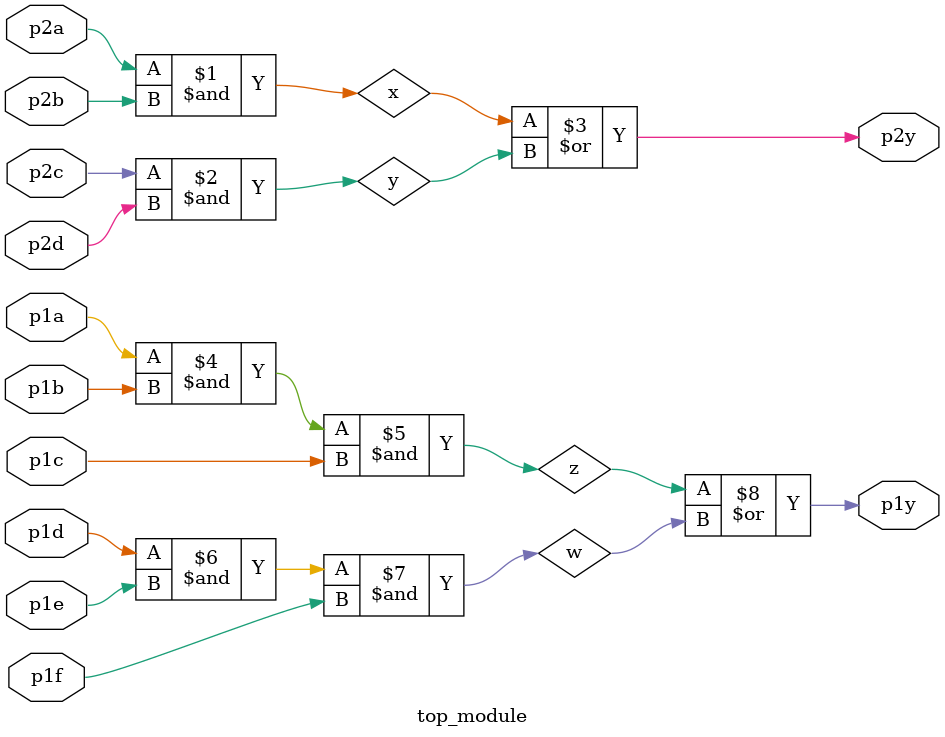
<source format=v>
module top_module ( 
    input p1a, p1b, p1c, p1d, p1e, p1f,
    output p1y,
    input p2a, p2b, p2c, p2d,
    output p2y );
  
    wire x,y,z,w;
    assign x=p2a&p2b;
    assign y=p2c&p2d;
    assign p2y=x|y;     //Output 1
    assign z=p1a&p1b&p1c;
    assign w=p1d&p1e&p1f;
    assign p1y=z|w;     //Output 2


endmodule

</source>
